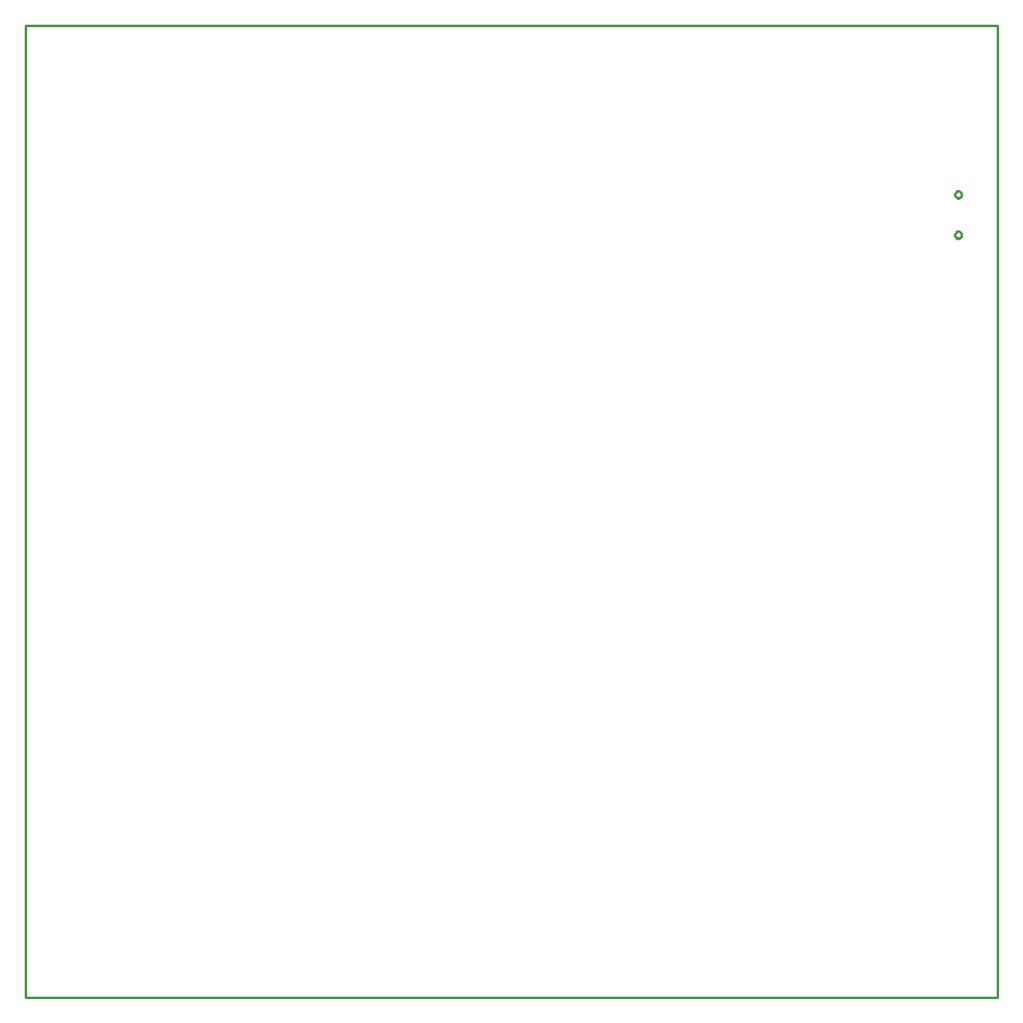
<source format=gbr>
G04 EAGLE Gerber RS-274X export*
G75*
%MOMM*%
%FSLAX34Y34*%
%LPD*%
%IN*%
%IPPOS*%
%AMOC8*
5,1,8,0,0,1.08239X$1,22.5*%
G01*
%ADD10C,0.254000*%


D10*
X0Y0D02*
X1000000Y0D01*
X1000000Y1000000D01*
X0Y1000000D01*
X0Y0D01*
X959669Y787930D02*
X960124Y787870D01*
X960567Y787751D01*
X960991Y787576D01*
X961389Y787346D01*
X961753Y787067D01*
X962077Y786743D01*
X962356Y786379D01*
X962586Y785981D01*
X962761Y785557D01*
X962880Y785114D01*
X962940Y784659D01*
X962940Y784201D01*
X962880Y783746D01*
X962761Y783303D01*
X962586Y782879D01*
X962356Y782481D01*
X962077Y782117D01*
X961753Y781793D01*
X961389Y781514D01*
X960991Y781284D01*
X960567Y781109D01*
X960124Y780990D01*
X959669Y780930D01*
X959211Y780930D01*
X958756Y780990D01*
X958313Y781109D01*
X957889Y781284D01*
X957491Y781514D01*
X957127Y781793D01*
X956803Y782117D01*
X956524Y782481D01*
X956294Y782879D01*
X956119Y783303D01*
X956000Y783746D01*
X955940Y784201D01*
X955940Y784659D01*
X956000Y785114D01*
X956119Y785557D01*
X956294Y785981D01*
X956524Y786379D01*
X956803Y786743D01*
X957127Y787067D01*
X957491Y787346D01*
X957889Y787576D01*
X958313Y787751D01*
X958756Y787870D01*
X959211Y787930D01*
X959669Y787930D01*
X959669Y829430D02*
X960124Y829370D01*
X960567Y829251D01*
X960991Y829076D01*
X961389Y828846D01*
X961753Y828567D01*
X962077Y828243D01*
X962356Y827879D01*
X962586Y827481D01*
X962761Y827057D01*
X962880Y826614D01*
X962940Y826159D01*
X962940Y825701D01*
X962880Y825246D01*
X962761Y824803D01*
X962586Y824379D01*
X962356Y823981D01*
X962077Y823617D01*
X961753Y823293D01*
X961389Y823014D01*
X960991Y822784D01*
X960567Y822609D01*
X960124Y822490D01*
X959669Y822430D01*
X959211Y822430D01*
X958756Y822490D01*
X958313Y822609D01*
X957889Y822784D01*
X957491Y823014D01*
X957127Y823293D01*
X956803Y823617D01*
X956524Y823981D01*
X956294Y824379D01*
X956119Y824803D01*
X956000Y825246D01*
X955940Y825701D01*
X955940Y826159D01*
X956000Y826614D01*
X956119Y827057D01*
X956294Y827481D01*
X956524Y827879D01*
X956803Y828243D01*
X957127Y828567D01*
X957491Y828846D01*
X957889Y829076D01*
X958313Y829251D01*
X958756Y829370D01*
X959211Y829430D01*
X959669Y829430D01*
M02*

</source>
